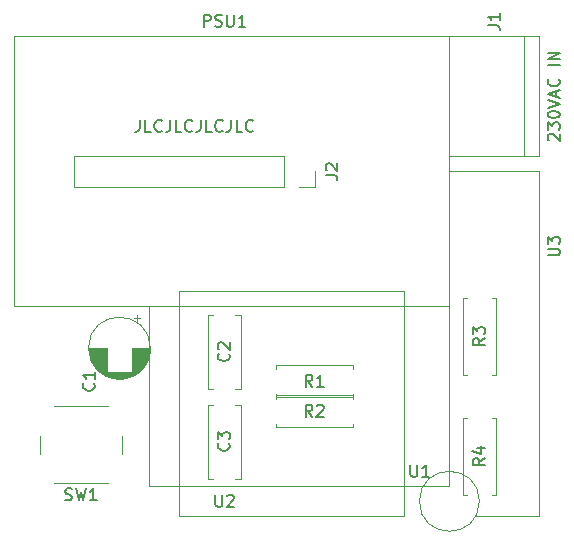
<source format=gbr>
%TF.GenerationSoftware,KiCad,Pcbnew,(5.1.7)-1*%
%TF.CreationDate,2020-12-05T12:34:15+01:00*%
%TF.ProjectId,WiFi-RC-Switch-Bridge_Outlet,57694669-2d52-4432-9d53-77697463682d,rev?*%
%TF.SameCoordinates,Original*%
%TF.FileFunction,Legend,Top*%
%TF.FilePolarity,Positive*%
%FSLAX46Y46*%
G04 Gerber Fmt 4.6, Leading zero omitted, Abs format (unit mm)*
G04 Created by KiCad (PCBNEW (5.1.7)-1) date 2020-12-05 12:34:15*
%MOMM*%
%LPD*%
G01*
G04 APERTURE LIST*
%ADD10C,0.150000*%
%ADD11C,0.120000*%
G04 APERTURE END LIST*
D10*
X159567619Y-102798095D02*
X159520000Y-102750476D01*
X159472380Y-102655238D01*
X159472380Y-102417142D01*
X159520000Y-102321904D01*
X159567619Y-102274285D01*
X159662857Y-102226666D01*
X159758095Y-102226666D01*
X159900952Y-102274285D01*
X160472380Y-102845714D01*
X160472380Y-102226666D01*
X159472380Y-101893333D02*
X159472380Y-101274285D01*
X159853333Y-101607619D01*
X159853333Y-101464761D01*
X159900952Y-101369523D01*
X159948571Y-101321904D01*
X160043809Y-101274285D01*
X160281904Y-101274285D01*
X160377142Y-101321904D01*
X160424761Y-101369523D01*
X160472380Y-101464761D01*
X160472380Y-101750476D01*
X160424761Y-101845714D01*
X160377142Y-101893333D01*
X159472380Y-100655238D02*
X159472380Y-100560000D01*
X159520000Y-100464761D01*
X159567619Y-100417142D01*
X159662857Y-100369523D01*
X159853333Y-100321904D01*
X160091428Y-100321904D01*
X160281904Y-100369523D01*
X160377142Y-100417142D01*
X160424761Y-100464761D01*
X160472380Y-100560000D01*
X160472380Y-100655238D01*
X160424761Y-100750476D01*
X160377142Y-100798095D01*
X160281904Y-100845714D01*
X160091428Y-100893333D01*
X159853333Y-100893333D01*
X159662857Y-100845714D01*
X159567619Y-100798095D01*
X159520000Y-100750476D01*
X159472380Y-100655238D01*
X159472380Y-100036190D02*
X160472380Y-99702857D01*
X159472380Y-99369523D01*
X160186666Y-99083809D02*
X160186666Y-98607619D01*
X160472380Y-99179047D02*
X159472380Y-98845714D01*
X160472380Y-98512380D01*
X160377142Y-97607619D02*
X160424761Y-97655238D01*
X160472380Y-97798095D01*
X160472380Y-97893333D01*
X160424761Y-98036190D01*
X160329523Y-98131428D01*
X160234285Y-98179047D01*
X160043809Y-98226666D01*
X159900952Y-98226666D01*
X159710476Y-98179047D01*
X159615238Y-98131428D01*
X159520000Y-98036190D01*
X159472380Y-97893333D01*
X159472380Y-97798095D01*
X159520000Y-97655238D01*
X159567619Y-97607619D01*
X160472380Y-96417142D02*
X159472380Y-96417142D01*
X160472380Y-95940952D02*
X159472380Y-95940952D01*
X160472380Y-95369523D01*
X159472380Y-95369523D01*
X124920952Y-101052380D02*
X124920952Y-101766666D01*
X124873333Y-101909523D01*
X124778095Y-102004761D01*
X124635238Y-102052380D01*
X124540000Y-102052380D01*
X125873333Y-102052380D02*
X125397142Y-102052380D01*
X125397142Y-101052380D01*
X126778095Y-101957142D02*
X126730476Y-102004761D01*
X126587619Y-102052380D01*
X126492380Y-102052380D01*
X126349523Y-102004761D01*
X126254285Y-101909523D01*
X126206666Y-101814285D01*
X126159047Y-101623809D01*
X126159047Y-101480952D01*
X126206666Y-101290476D01*
X126254285Y-101195238D01*
X126349523Y-101100000D01*
X126492380Y-101052380D01*
X126587619Y-101052380D01*
X126730476Y-101100000D01*
X126778095Y-101147619D01*
X127492380Y-101052380D02*
X127492380Y-101766666D01*
X127444761Y-101909523D01*
X127349523Y-102004761D01*
X127206666Y-102052380D01*
X127111428Y-102052380D01*
X128444761Y-102052380D02*
X127968571Y-102052380D01*
X127968571Y-101052380D01*
X129349523Y-101957142D02*
X129301904Y-102004761D01*
X129159047Y-102052380D01*
X129063809Y-102052380D01*
X128920952Y-102004761D01*
X128825714Y-101909523D01*
X128778095Y-101814285D01*
X128730476Y-101623809D01*
X128730476Y-101480952D01*
X128778095Y-101290476D01*
X128825714Y-101195238D01*
X128920952Y-101100000D01*
X129063809Y-101052380D01*
X129159047Y-101052380D01*
X129301904Y-101100000D01*
X129349523Y-101147619D01*
X130063809Y-101052380D02*
X130063809Y-101766666D01*
X130016190Y-101909523D01*
X129920952Y-102004761D01*
X129778095Y-102052380D01*
X129682857Y-102052380D01*
X131016190Y-102052380D02*
X130540000Y-102052380D01*
X130540000Y-101052380D01*
X131920952Y-101957142D02*
X131873333Y-102004761D01*
X131730476Y-102052380D01*
X131635238Y-102052380D01*
X131492380Y-102004761D01*
X131397142Y-101909523D01*
X131349523Y-101814285D01*
X131301904Y-101623809D01*
X131301904Y-101480952D01*
X131349523Y-101290476D01*
X131397142Y-101195238D01*
X131492380Y-101100000D01*
X131635238Y-101052380D01*
X131730476Y-101052380D01*
X131873333Y-101100000D01*
X131920952Y-101147619D01*
X132635238Y-101052380D02*
X132635238Y-101766666D01*
X132587619Y-101909523D01*
X132492380Y-102004761D01*
X132349523Y-102052380D01*
X132254285Y-102052380D01*
X133587619Y-102052380D02*
X133111428Y-102052380D01*
X133111428Y-101052380D01*
X134492380Y-101957142D02*
X134444761Y-102004761D01*
X134301904Y-102052380D01*
X134206666Y-102052380D01*
X134063809Y-102004761D01*
X133968571Y-101909523D01*
X133920952Y-101814285D01*
X133873333Y-101623809D01*
X133873333Y-101480952D01*
X133920952Y-101290476D01*
X133968571Y-101195238D01*
X134063809Y-101100000D01*
X134206666Y-101052380D01*
X134301904Y-101052380D01*
X134444761Y-101100000D01*
X134492380Y-101147619D01*
D11*
%TO.C,C1*%
X124915000Y-117825225D02*
X124415000Y-117825225D01*
X124665000Y-117575225D02*
X124665000Y-118075225D01*
X123474000Y-122981000D02*
X122906000Y-122981000D01*
X123708000Y-122941000D02*
X122672000Y-122941000D01*
X123867000Y-122901000D02*
X122513000Y-122901000D01*
X123995000Y-122861000D02*
X122385000Y-122861000D01*
X124105000Y-122821000D02*
X122275000Y-122821000D01*
X124201000Y-122781000D02*
X122179000Y-122781000D01*
X124288000Y-122741000D02*
X122092000Y-122741000D01*
X124368000Y-122701000D02*
X122012000Y-122701000D01*
X124441000Y-122661000D02*
X121939000Y-122661000D01*
X124509000Y-122621000D02*
X121871000Y-122621000D01*
X124573000Y-122581000D02*
X121807000Y-122581000D01*
X124633000Y-122541000D02*
X121747000Y-122541000D01*
X124690000Y-122501000D02*
X121690000Y-122501000D01*
X124744000Y-122461000D02*
X121636000Y-122461000D01*
X124795000Y-122421000D02*
X121585000Y-122421000D01*
X122150000Y-122381000D02*
X121537000Y-122381000D01*
X124843000Y-122381000D02*
X124230000Y-122381000D01*
X122150000Y-122341000D02*
X121491000Y-122341000D01*
X124889000Y-122341000D02*
X124230000Y-122341000D01*
X122150000Y-122301000D02*
X121447000Y-122301000D01*
X124933000Y-122301000D02*
X124230000Y-122301000D01*
X122150000Y-122261000D02*
X121405000Y-122261000D01*
X124975000Y-122261000D02*
X124230000Y-122261000D01*
X122150000Y-122221000D02*
X121364000Y-122221000D01*
X125016000Y-122221000D02*
X124230000Y-122221000D01*
X122150000Y-122181000D02*
X121326000Y-122181000D01*
X125054000Y-122181000D02*
X124230000Y-122181000D01*
X122150000Y-122141000D02*
X121289000Y-122141000D01*
X125091000Y-122141000D02*
X124230000Y-122141000D01*
X122150000Y-122101000D02*
X121253000Y-122101000D01*
X125127000Y-122101000D02*
X124230000Y-122101000D01*
X122150000Y-122061000D02*
X121219000Y-122061000D01*
X125161000Y-122061000D02*
X124230000Y-122061000D01*
X122150000Y-122021000D02*
X121186000Y-122021000D01*
X125194000Y-122021000D02*
X124230000Y-122021000D01*
X122150000Y-121981000D02*
X121155000Y-121981000D01*
X125225000Y-121981000D02*
X124230000Y-121981000D01*
X122150000Y-121941000D02*
X121125000Y-121941000D01*
X125255000Y-121941000D02*
X124230000Y-121941000D01*
X122150000Y-121901000D02*
X121095000Y-121901000D01*
X125285000Y-121901000D02*
X124230000Y-121901000D01*
X122150000Y-121861000D02*
X121068000Y-121861000D01*
X125312000Y-121861000D02*
X124230000Y-121861000D01*
X122150000Y-121821000D02*
X121041000Y-121821000D01*
X125339000Y-121821000D02*
X124230000Y-121821000D01*
X122150000Y-121781000D02*
X121015000Y-121781000D01*
X125365000Y-121781000D02*
X124230000Y-121781000D01*
X122150000Y-121741000D02*
X120990000Y-121741000D01*
X125390000Y-121741000D02*
X124230000Y-121741000D01*
X122150000Y-121701000D02*
X120966000Y-121701000D01*
X125414000Y-121701000D02*
X124230000Y-121701000D01*
X122150000Y-121661000D02*
X120943000Y-121661000D01*
X125437000Y-121661000D02*
X124230000Y-121661000D01*
X122150000Y-121621000D02*
X120922000Y-121621000D01*
X125458000Y-121621000D02*
X124230000Y-121621000D01*
X122150000Y-121581000D02*
X120900000Y-121581000D01*
X125480000Y-121581000D02*
X124230000Y-121581000D01*
X122150000Y-121541000D02*
X120880000Y-121541000D01*
X125500000Y-121541000D02*
X124230000Y-121541000D01*
X122150000Y-121501000D02*
X120861000Y-121501000D01*
X125519000Y-121501000D02*
X124230000Y-121501000D01*
X122150000Y-121461000D02*
X120842000Y-121461000D01*
X125538000Y-121461000D02*
X124230000Y-121461000D01*
X122150000Y-121421000D02*
X120825000Y-121421000D01*
X125555000Y-121421000D02*
X124230000Y-121421000D01*
X122150000Y-121381000D02*
X120808000Y-121381000D01*
X125572000Y-121381000D02*
X124230000Y-121381000D01*
X122150000Y-121341000D02*
X120792000Y-121341000D01*
X125588000Y-121341000D02*
X124230000Y-121341000D01*
X122150000Y-121301000D02*
X120776000Y-121301000D01*
X125604000Y-121301000D02*
X124230000Y-121301000D01*
X122150000Y-121261000D02*
X120762000Y-121261000D01*
X125618000Y-121261000D02*
X124230000Y-121261000D01*
X122150000Y-121221000D02*
X120748000Y-121221000D01*
X125632000Y-121221000D02*
X124230000Y-121221000D01*
X122150000Y-121181000D02*
X120735000Y-121181000D01*
X125645000Y-121181000D02*
X124230000Y-121181000D01*
X122150000Y-121141000D02*
X120722000Y-121141000D01*
X125658000Y-121141000D02*
X124230000Y-121141000D01*
X122150000Y-121101000D02*
X120710000Y-121101000D01*
X125670000Y-121101000D02*
X124230000Y-121101000D01*
X122150000Y-121060000D02*
X120699000Y-121060000D01*
X125681000Y-121060000D02*
X124230000Y-121060000D01*
X122150000Y-121020000D02*
X120689000Y-121020000D01*
X125691000Y-121020000D02*
X124230000Y-121020000D01*
X122150000Y-120980000D02*
X120679000Y-120980000D01*
X125701000Y-120980000D02*
X124230000Y-120980000D01*
X122150000Y-120940000D02*
X120670000Y-120940000D01*
X125710000Y-120940000D02*
X124230000Y-120940000D01*
X122150000Y-120900000D02*
X120662000Y-120900000D01*
X125718000Y-120900000D02*
X124230000Y-120900000D01*
X122150000Y-120860000D02*
X120654000Y-120860000D01*
X125726000Y-120860000D02*
X124230000Y-120860000D01*
X122150000Y-120820000D02*
X120647000Y-120820000D01*
X125733000Y-120820000D02*
X124230000Y-120820000D01*
X122150000Y-120780000D02*
X120640000Y-120780000D01*
X125740000Y-120780000D02*
X124230000Y-120780000D01*
X122150000Y-120740000D02*
X120634000Y-120740000D01*
X125746000Y-120740000D02*
X124230000Y-120740000D01*
X122150000Y-120700000D02*
X120629000Y-120700000D01*
X125751000Y-120700000D02*
X124230000Y-120700000D01*
X122150000Y-120660000D02*
X120625000Y-120660000D01*
X125755000Y-120660000D02*
X124230000Y-120660000D01*
X122150000Y-120620000D02*
X120621000Y-120620000D01*
X125759000Y-120620000D02*
X124230000Y-120620000D01*
X122150000Y-120580000D02*
X120617000Y-120580000D01*
X125763000Y-120580000D02*
X124230000Y-120580000D01*
X122150000Y-120540000D02*
X120614000Y-120540000D01*
X125766000Y-120540000D02*
X124230000Y-120540000D01*
X122150000Y-120500000D02*
X120612000Y-120500000D01*
X125768000Y-120500000D02*
X124230000Y-120500000D01*
X122150000Y-120460000D02*
X120611000Y-120460000D01*
X125769000Y-120460000D02*
X124230000Y-120460000D01*
X125770000Y-120420000D02*
X124230000Y-120420000D01*
X122150000Y-120420000D02*
X120610000Y-120420000D01*
X125770000Y-120380000D02*
X124230000Y-120380000D01*
X122150000Y-120380000D02*
X120610000Y-120380000D01*
X125810000Y-120380000D02*
G75*
G03*
X125810000Y-120380000I-2620000J0D01*
G01*
%TO.C,C2*%
X133005000Y-117570000D02*
X133450000Y-117570000D01*
X130710000Y-117570000D02*
X131155000Y-117570000D01*
X133005000Y-123810000D02*
X133450000Y-123810000D01*
X130710000Y-123810000D02*
X131155000Y-123810000D01*
X133450000Y-123810000D02*
X133450000Y-117570000D01*
X130710000Y-123810000D02*
X130710000Y-117570000D01*
%TO.C,C3*%
X130710000Y-131430000D02*
X130710000Y-125190000D01*
X133450000Y-131430000D02*
X133450000Y-125190000D01*
X130710000Y-131430000D02*
X131155000Y-131430000D01*
X133005000Y-131430000D02*
X133450000Y-131430000D01*
X130710000Y-125190000D02*
X131155000Y-125190000D01*
X133005000Y-125190000D02*
X133450000Y-125190000D01*
%TO.C,J1*%
X158750000Y-104140000D02*
X158750000Y-93980000D01*
X151130000Y-104140000D02*
X158750000Y-104140000D01*
X151130000Y-93980000D02*
X151130000Y-104140000D01*
X158750000Y-93980000D02*
X151130000Y-93980000D01*
X157480000Y-93980000D02*
X157480000Y-104140000D01*
%TO.C,J2*%
X139760000Y-105410000D02*
X139760000Y-106740000D01*
X139760000Y-106740000D02*
X138430000Y-106740000D01*
X137160000Y-106740000D02*
X119320000Y-106740000D01*
X119320000Y-104080000D02*
X119320000Y-106740000D01*
X137160000Y-104080000D02*
X119320000Y-104080000D01*
X137160000Y-104080000D02*
X137160000Y-106740000D01*
%TO.C,PSU1*%
X114300000Y-116840000D02*
X114300000Y-93980000D01*
X114300000Y-93980000D02*
X151130000Y-93980000D01*
X151130000Y-93980000D02*
X151130000Y-116840000D01*
X151130000Y-116840000D02*
X114300000Y-116840000D01*
%TO.C,R1*%
X136430000Y-121820000D02*
X136430000Y-122150000D01*
X142970000Y-121820000D02*
X136430000Y-121820000D01*
X142970000Y-122150000D02*
X142970000Y-121820000D01*
X136430000Y-124560000D02*
X136430000Y-124230000D01*
X142970000Y-124560000D02*
X136430000Y-124560000D01*
X142970000Y-124230000D02*
X142970000Y-124560000D01*
%TO.C,R2*%
X142970000Y-126770000D02*
X142970000Y-127100000D01*
X142970000Y-127100000D02*
X136430000Y-127100000D01*
X136430000Y-127100000D02*
X136430000Y-126770000D01*
X142970000Y-124690000D02*
X142970000Y-124360000D01*
X142970000Y-124360000D02*
X136430000Y-124360000D01*
X136430000Y-124360000D02*
X136430000Y-124690000D01*
%TO.C,R3*%
X152300000Y-122650000D02*
X152630000Y-122650000D01*
X152300000Y-116110000D02*
X152300000Y-122650000D01*
X152630000Y-116110000D02*
X152300000Y-116110000D01*
X155040000Y-122650000D02*
X154710000Y-122650000D01*
X155040000Y-116110000D02*
X155040000Y-122650000D01*
X154710000Y-116110000D02*
X155040000Y-116110000D01*
%TO.C,R4*%
X152630000Y-132810000D02*
X152300000Y-132810000D01*
X152300000Y-132810000D02*
X152300000Y-126270000D01*
X152300000Y-126270000D02*
X152630000Y-126270000D01*
X154710000Y-132810000D02*
X155040000Y-132810000D01*
X155040000Y-132810000D02*
X155040000Y-126270000D01*
X155040000Y-126270000D02*
X154710000Y-126270000D01*
%TO.C,SW1*%
X116440000Y-127810000D02*
X116440000Y-129310000D01*
X117690000Y-131810000D02*
X122190000Y-131810000D01*
X123440000Y-129310000D02*
X123440000Y-127810000D01*
X122190000Y-125310000D02*
X117690000Y-125310000D01*
%TO.C,U1*%
X125730000Y-132080000D02*
X151130000Y-132080000D01*
X125730000Y-116840000D02*
X125730000Y-132080000D01*
X151130000Y-116840000D02*
X125730000Y-116840000D01*
X151130000Y-116840000D02*
X151130000Y-132080000D01*
%TO.C,U2*%
X128270000Y-115570000D02*
X147320000Y-115570000D01*
X128270000Y-134620000D02*
X128270000Y-115570000D01*
X137160000Y-134620000D02*
X128270000Y-134620000D01*
X147320000Y-134620000D02*
X147320000Y-115570000D01*
X137160000Y-134620000D02*
X147320000Y-134620000D01*
%TO.C,U3*%
X153670000Y-133350000D02*
G75*
G03*
X153670000Y-133350000I-2540000J0D01*
G01*
X158750000Y-134620000D02*
X158750000Y-105410000D01*
X153289000Y-134620000D02*
X158750000Y-134620000D01*
X151130000Y-105410000D02*
X151130000Y-130810000D01*
X158750000Y-105410000D02*
X151130000Y-105410000D01*
%TO.C,C1*%
D10*
X121007142Y-123356666D02*
X121054761Y-123404285D01*
X121102380Y-123547142D01*
X121102380Y-123642380D01*
X121054761Y-123785238D01*
X120959523Y-123880476D01*
X120864285Y-123928095D01*
X120673809Y-123975714D01*
X120530952Y-123975714D01*
X120340476Y-123928095D01*
X120245238Y-123880476D01*
X120150000Y-123785238D01*
X120102380Y-123642380D01*
X120102380Y-123547142D01*
X120150000Y-123404285D01*
X120197619Y-123356666D01*
X121102380Y-122404285D02*
X121102380Y-122975714D01*
X121102380Y-122690000D02*
X120102380Y-122690000D01*
X120245238Y-122785238D01*
X120340476Y-122880476D01*
X120388095Y-122975714D01*
%TO.C,C2*%
X132437142Y-120856666D02*
X132484761Y-120904285D01*
X132532380Y-121047142D01*
X132532380Y-121142380D01*
X132484761Y-121285238D01*
X132389523Y-121380476D01*
X132294285Y-121428095D01*
X132103809Y-121475714D01*
X131960952Y-121475714D01*
X131770476Y-121428095D01*
X131675238Y-121380476D01*
X131580000Y-121285238D01*
X131532380Y-121142380D01*
X131532380Y-121047142D01*
X131580000Y-120904285D01*
X131627619Y-120856666D01*
X131627619Y-120475714D02*
X131580000Y-120428095D01*
X131532380Y-120332857D01*
X131532380Y-120094761D01*
X131580000Y-119999523D01*
X131627619Y-119951904D01*
X131722857Y-119904285D01*
X131818095Y-119904285D01*
X131960952Y-119951904D01*
X132532380Y-120523333D01*
X132532380Y-119904285D01*
%TO.C,C3*%
X132437142Y-128436666D02*
X132484761Y-128484285D01*
X132532380Y-128627142D01*
X132532380Y-128722380D01*
X132484761Y-128865238D01*
X132389523Y-128960476D01*
X132294285Y-129008095D01*
X132103809Y-129055714D01*
X131960952Y-129055714D01*
X131770476Y-129008095D01*
X131675238Y-128960476D01*
X131580000Y-128865238D01*
X131532380Y-128722380D01*
X131532380Y-128627142D01*
X131580000Y-128484285D01*
X131627619Y-128436666D01*
X131532380Y-128103333D02*
X131532380Y-127484285D01*
X131913333Y-127817619D01*
X131913333Y-127674761D01*
X131960952Y-127579523D01*
X132008571Y-127531904D01*
X132103809Y-127484285D01*
X132341904Y-127484285D01*
X132437142Y-127531904D01*
X132484761Y-127579523D01*
X132532380Y-127674761D01*
X132532380Y-127960476D01*
X132484761Y-128055714D01*
X132437142Y-128103333D01*
%TO.C,J1*%
X154392380Y-93043333D02*
X155106666Y-93043333D01*
X155249523Y-93090952D01*
X155344761Y-93186190D01*
X155392380Y-93329047D01*
X155392380Y-93424285D01*
X155392380Y-92043333D02*
X155392380Y-92614761D01*
X155392380Y-92329047D02*
X154392380Y-92329047D01*
X154535238Y-92424285D01*
X154630476Y-92519523D01*
X154678095Y-92614761D01*
%TO.C,J2*%
X140652380Y-105743333D02*
X141366666Y-105743333D01*
X141509523Y-105790952D01*
X141604761Y-105886190D01*
X141652380Y-106029047D01*
X141652380Y-106124285D01*
X140747619Y-105314761D02*
X140700000Y-105267142D01*
X140652380Y-105171904D01*
X140652380Y-104933809D01*
X140700000Y-104838571D01*
X140747619Y-104790952D01*
X140842857Y-104743333D01*
X140938095Y-104743333D01*
X141080952Y-104790952D01*
X141652380Y-105362380D01*
X141652380Y-104743333D01*
%TO.C,PSU1*%
X130341904Y-93162380D02*
X130341904Y-92162380D01*
X130722857Y-92162380D01*
X130818095Y-92210000D01*
X130865714Y-92257619D01*
X130913333Y-92352857D01*
X130913333Y-92495714D01*
X130865714Y-92590952D01*
X130818095Y-92638571D01*
X130722857Y-92686190D01*
X130341904Y-92686190D01*
X131294285Y-93114761D02*
X131437142Y-93162380D01*
X131675238Y-93162380D01*
X131770476Y-93114761D01*
X131818095Y-93067142D01*
X131865714Y-92971904D01*
X131865714Y-92876666D01*
X131818095Y-92781428D01*
X131770476Y-92733809D01*
X131675238Y-92686190D01*
X131484761Y-92638571D01*
X131389523Y-92590952D01*
X131341904Y-92543333D01*
X131294285Y-92448095D01*
X131294285Y-92352857D01*
X131341904Y-92257619D01*
X131389523Y-92210000D01*
X131484761Y-92162380D01*
X131722857Y-92162380D01*
X131865714Y-92210000D01*
X132294285Y-92162380D02*
X132294285Y-92971904D01*
X132341904Y-93067142D01*
X132389523Y-93114761D01*
X132484761Y-93162380D01*
X132675238Y-93162380D01*
X132770476Y-93114761D01*
X132818095Y-93067142D01*
X132865714Y-92971904D01*
X132865714Y-92162380D01*
X133865714Y-93162380D02*
X133294285Y-93162380D01*
X133580000Y-93162380D02*
X133580000Y-92162380D01*
X133484761Y-92305238D01*
X133389523Y-92400476D01*
X133294285Y-92448095D01*
%TO.C,R1*%
X139533333Y-123642380D02*
X139200000Y-123166190D01*
X138961904Y-123642380D02*
X138961904Y-122642380D01*
X139342857Y-122642380D01*
X139438095Y-122690000D01*
X139485714Y-122737619D01*
X139533333Y-122832857D01*
X139533333Y-122975714D01*
X139485714Y-123070952D01*
X139438095Y-123118571D01*
X139342857Y-123166190D01*
X138961904Y-123166190D01*
X140485714Y-123642380D02*
X139914285Y-123642380D01*
X140200000Y-123642380D02*
X140200000Y-122642380D01*
X140104761Y-122785238D01*
X140009523Y-122880476D01*
X139914285Y-122928095D01*
%TO.C,R2*%
X139533333Y-126182380D02*
X139200000Y-125706190D01*
X138961904Y-126182380D02*
X138961904Y-125182380D01*
X139342857Y-125182380D01*
X139438095Y-125230000D01*
X139485714Y-125277619D01*
X139533333Y-125372857D01*
X139533333Y-125515714D01*
X139485714Y-125610952D01*
X139438095Y-125658571D01*
X139342857Y-125706190D01*
X138961904Y-125706190D01*
X139914285Y-125277619D02*
X139961904Y-125230000D01*
X140057142Y-125182380D01*
X140295238Y-125182380D01*
X140390476Y-125230000D01*
X140438095Y-125277619D01*
X140485714Y-125372857D01*
X140485714Y-125468095D01*
X140438095Y-125610952D01*
X139866666Y-126182380D01*
X140485714Y-126182380D01*
%TO.C,R3*%
X154122380Y-119546666D02*
X153646190Y-119880000D01*
X154122380Y-120118095D02*
X153122380Y-120118095D01*
X153122380Y-119737142D01*
X153170000Y-119641904D01*
X153217619Y-119594285D01*
X153312857Y-119546666D01*
X153455714Y-119546666D01*
X153550952Y-119594285D01*
X153598571Y-119641904D01*
X153646190Y-119737142D01*
X153646190Y-120118095D01*
X153122380Y-119213333D02*
X153122380Y-118594285D01*
X153503333Y-118927619D01*
X153503333Y-118784761D01*
X153550952Y-118689523D01*
X153598571Y-118641904D01*
X153693809Y-118594285D01*
X153931904Y-118594285D01*
X154027142Y-118641904D01*
X154074761Y-118689523D01*
X154122380Y-118784761D01*
X154122380Y-119070476D01*
X154074761Y-119165714D01*
X154027142Y-119213333D01*
%TO.C,R4*%
X154122380Y-129706666D02*
X153646190Y-130040000D01*
X154122380Y-130278095D02*
X153122380Y-130278095D01*
X153122380Y-129897142D01*
X153170000Y-129801904D01*
X153217619Y-129754285D01*
X153312857Y-129706666D01*
X153455714Y-129706666D01*
X153550952Y-129754285D01*
X153598571Y-129801904D01*
X153646190Y-129897142D01*
X153646190Y-130278095D01*
X153455714Y-128849523D02*
X154122380Y-128849523D01*
X153074761Y-129087619D02*
X153789047Y-129325714D01*
X153789047Y-128706666D01*
%TO.C,SW1*%
X118606666Y-133214761D02*
X118749523Y-133262380D01*
X118987619Y-133262380D01*
X119082857Y-133214761D01*
X119130476Y-133167142D01*
X119178095Y-133071904D01*
X119178095Y-132976666D01*
X119130476Y-132881428D01*
X119082857Y-132833809D01*
X118987619Y-132786190D01*
X118797142Y-132738571D01*
X118701904Y-132690952D01*
X118654285Y-132643333D01*
X118606666Y-132548095D01*
X118606666Y-132452857D01*
X118654285Y-132357619D01*
X118701904Y-132310000D01*
X118797142Y-132262380D01*
X119035238Y-132262380D01*
X119178095Y-132310000D01*
X119511428Y-132262380D02*
X119749523Y-133262380D01*
X119940000Y-132548095D01*
X120130476Y-133262380D01*
X120368571Y-132262380D01*
X121273333Y-133262380D02*
X120701904Y-133262380D01*
X120987619Y-133262380D02*
X120987619Y-132262380D01*
X120892380Y-132405238D01*
X120797142Y-132500476D01*
X120701904Y-132548095D01*
%TO.C,U1*%
X147828095Y-130262380D02*
X147828095Y-131071904D01*
X147875714Y-131167142D01*
X147923333Y-131214761D01*
X148018571Y-131262380D01*
X148209047Y-131262380D01*
X148304285Y-131214761D01*
X148351904Y-131167142D01*
X148399523Y-131071904D01*
X148399523Y-130262380D01*
X149399523Y-131262380D02*
X148828095Y-131262380D01*
X149113809Y-131262380D02*
X149113809Y-130262380D01*
X149018571Y-130405238D01*
X148923333Y-130500476D01*
X148828095Y-130548095D01*
%TO.C,U2*%
X131318095Y-132802380D02*
X131318095Y-133611904D01*
X131365714Y-133707142D01*
X131413333Y-133754761D01*
X131508571Y-133802380D01*
X131699047Y-133802380D01*
X131794285Y-133754761D01*
X131841904Y-133707142D01*
X131889523Y-133611904D01*
X131889523Y-132802380D01*
X132318095Y-132897619D02*
X132365714Y-132850000D01*
X132460952Y-132802380D01*
X132699047Y-132802380D01*
X132794285Y-132850000D01*
X132841904Y-132897619D01*
X132889523Y-132992857D01*
X132889523Y-133088095D01*
X132841904Y-133230952D01*
X132270476Y-133802380D01*
X132889523Y-133802380D01*
%TO.C,U3*%
X159472380Y-112521904D02*
X160281904Y-112521904D01*
X160377142Y-112474285D01*
X160424761Y-112426666D01*
X160472380Y-112331428D01*
X160472380Y-112140952D01*
X160424761Y-112045714D01*
X160377142Y-111998095D01*
X160281904Y-111950476D01*
X159472380Y-111950476D01*
X159472380Y-111569523D02*
X159472380Y-110950476D01*
X159853333Y-111283809D01*
X159853333Y-111140952D01*
X159900952Y-111045714D01*
X159948571Y-110998095D01*
X160043809Y-110950476D01*
X160281904Y-110950476D01*
X160377142Y-110998095D01*
X160424761Y-111045714D01*
X160472380Y-111140952D01*
X160472380Y-111426666D01*
X160424761Y-111521904D01*
X160377142Y-111569523D01*
%TD*%
M02*

</source>
